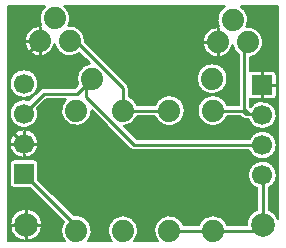
<source format=gbl>
G04 Layer: BottomLayer*
G04 EasyEDA Pro v2.2.40.8, 2025-10-31 20:07:01*
G04 Gerber Generator version 0.3*
G04 Scale: 100 percent, Rotated: No, Reflected: No*
G04 Dimensions in millimeters*
G04 Leading zeros omitted, absolute positions, 4 integers and 5 decimals*
G04 Generated by one-click*
%FSLAX45Y45*%
%MOMM*%
%ADD10C,0.2032*%
%ADD11C,0.254*%
%ADD12C,1.8796*%
%ADD13R,1.7X1.7*%
%ADD14C,1.7*%
%ADD15C,2.0060*%
%ADD16C,2.0*%
%ADD17C,0.61*%
G75*


G04 Copper Start*
G36*
G01X-2408034Y2062722D02*
G01X-2093226Y2062722D01*
G01X-2109621Y2047220D01*
G01X-2123083Y2029113D01*
G01X-2133206Y2008949D01*
G01X-2139684Y1987336D01*
G01X-2142321Y1964927D01*
G01X-2141038Y1942401D01*
G01X-2135872Y1920437D01*
G01X-2126982Y1899700D01*
G01X-2149923Y1899901D01*
G01X-2172542Y1896060D01*
G01X-2194131Y1888296D01*
G01X-2214015Y1876852D01*
G01X-2231574Y1862086D01*
G01X-2246260Y1844459D01*
G01X-2257612Y1824522D01*
G01X-2265276Y1802898D01*
G01X-2269013Y1780262D01*
G01X-2268707Y1757322D01*
G01X-2264366Y1734794D01*
G01X-2256126Y1713382D01*
G01X-2244246Y1693755D01*
G01X-2229095Y1676527D01*
G01X-2211147Y1662236D01*
G01X-2190964Y1651328D01*
G01X-2169175Y1644143D01*
G01X-2146462Y1640908D01*
G01X-2123534Y1641722D01*
G01X-2101108Y1646560D01*
G01X-2079883Y1655272D01*
G01X-2060525Y1667584D01*
G01X-2043636Y1683112D01*
G01X-2029745Y1701371D01*
G01X-2019286Y1721791D01*
G01X-2012586Y1743733D01*
G01X-2006179Y1722521D01*
G01X-1996257Y1702708D01*
G01X-1983110Y1684871D01*
G01X-1967120Y1669531D01*
G01X-1948754Y1657134D01*
G01X-1928547Y1648042D01*
G01X-1907087Y1642519D01*
G01X-1885001Y1640727D01*
G01X-1862932Y1642718D01*
G01X-1841524Y1648434D01*
G01X-1821399Y1657708D01*
G01X-1803146Y1670270D01*
G01X-1713169Y1580293D01*
G01X-1734273Y1575547D01*
G01X-1754295Y1567362D01*
G01X-1772680Y1555966D01*
G01X-1788918Y1541674D01*
G01X-1802556Y1524885D01*
G01X-1813217Y1506063D01*
G01X-1820603Y1485732D01*
G01X-1824511Y1464457D01*
G01X-1824831Y1442829D01*
G01X-1821555Y1421448D01*
G01X-1814773Y1400907D01*
G01X-1842438Y1373243D01*
G01X-2104271Y1373243D01*
G01X-2116828Y1371590D01*
G01X-2128528Y1366743D01*
G01X-2138576Y1359033D01*
G01X-2229367Y1268243D01*
G01X-2250449Y1274333D01*
G01X-2272286Y1276510D01*
G01X-2294156Y1274700D01*
G01X-2315338Y1268964D01*
G01X-2335133Y1259492D01*
G01X-2352887Y1246595D01*
G01X-2368016Y1230699D01*
G01X-2380020Y1212328D01*
G01X-2388503Y1192089D01*
G01X-2393185Y1170650D01*
G01X-2393912Y1148717D01*
G01X-2390659Y1127015D01*
G01X-2383534Y1106259D01*
G01X-2372772Y1087134D01*
G01X-2358728Y1070272D01*
G01X-2341866Y1056228D01*
G01X-2322741Y1045466D01*
G01X-2301985Y1038341D01*
G01X-2280283Y1035088D01*
G01X-2258350Y1035815D01*
G01X-2236911Y1040497D01*
G01X-2216672Y1048980D01*
G01X-2198301Y1060984D01*
G01X-2182405Y1076113D01*
G01X-2169508Y1093867D01*
G01X-2160036Y1113662D01*
G01X-2154300Y1134844D01*
G01X-2152490Y1156714D01*
G01X-2154667Y1178551D01*
G01X-2160757Y1199633D01*
G01X-2084176Y1276215D01*
G01X-1917116Y1276215D01*
G01X-1931616Y1260317D01*
G01X-1943291Y1242242D01*
G01X-1951819Y1222486D01*
G01X-1956966Y1201593D01*
G01X-1958590Y1180137D01*
G01X-1956648Y1158707D01*
G01X-1951191Y1137893D01*
G01X-1942371Y1118266D01*
G01X-1930430Y1100366D01*
G01X-1915695Y1084685D01*
G01X-1898572Y1071654D01*
G01X-1879531Y1061631D01*
G01X-1859096Y1054891D01*
G01X-1837829Y1051620D01*
G01X-1816313Y1051908D01*
G01X-1795141Y1055746D01*
G01X-1774893Y1063030D01*
G01X-1756127Y1073558D01*
G01X-1739359Y1087043D01*
G01X-1725049Y1103112D01*
G01X-1713590Y1121325D01*
G01X-1705297Y1141180D01*
G01X-1700399Y1162133D01*
G01X-1699030Y1183607D01*
G01X-1374047Y858624D01*
G01X-1364000Y850914D01*
G01X-1352299Y846068D01*
G01X-1339743Y844415D01*
G01X-366286Y844415D01*
G01X-356370Y824841D01*
G01X-343077Y807383D01*
G01X-326845Y792618D01*
G01X-308211Y781032D01*
G01X-287788Y773007D01*
G01X-266251Y768809D01*
G01X-244310Y768575D01*
G01X-222688Y772314D01*
G01X-202099Y779902D01*
G01X-183223Y791089D01*
G01X-166681Y805506D01*
G01X-153019Y822676D01*
G01X-142689Y842035D01*
G01X-136030Y862943D01*
G01X-133262Y884710D01*
G01X-134478Y906619D01*
G01X-139636Y927946D01*
G01X-148566Y947989D01*
G01X-160975Y966086D01*
G01X-176452Y981641D01*
G01X-194487Y994139D01*
G01X-214485Y1003169D01*
G01X-235787Y1008433D01*
G01X-257689Y1009757D01*
G01X-279470Y1007098D01*
G01X-300411Y1000544D01*
G01X-319821Y990310D01*
G01X-337059Y976734D01*
G01X-351558Y960263D01*
G01X-362838Y941443D01*
G01X-1319648Y941443D01*
G01X-1429626Y1051421D01*
G01X-1408573Y1054046D01*
G01X-1388228Y1060065D01*
G01X-1369135Y1069319D01*
G01X-1351805Y1081559D01*
G01X-1336701Y1096459D01*
G01X-1324226Y1113621D01*
G01X-1314714Y1132586D01*
G01X-1161786Y1132586D01*
G01X-1151679Y1112652D01*
G01X-1138301Y1094748D01*
G01X-1122051Y1079405D01*
G01X-1103409Y1067076D01*
G01X-1082928Y1058129D01*
G01X-1061216Y1052828D01*
G01X-1038917Y1051330D01*
G01X-1016691Y1053680D01*
G01X-995198Y1059808D01*
G01X-975075Y1069532D01*
G01X-956918Y1082564D01*
G01X-941266Y1098518D01*
G01X-928584Y1116921D01*
G01X-919246Y1137227D01*
G01X-913530Y1158833D01*
G01X-911606Y1181100D01*
G01X-913530Y1203367D01*
G01X-919246Y1224973D01*
G01X-928584Y1245279D01*
G01X-941266Y1263682D01*
G01X-956918Y1279636D01*
G01X-975075Y1292668D01*
G01X-995198Y1302392D01*
G01X-1016691Y1308520D01*
G01X-1038917Y1310870D01*
G01X-1061216Y1309372D01*
G01X-1082928Y1304071D01*
G01X-1103409Y1295124D01*
G01X-1122051Y1282795D01*
G01X-1138301Y1267452D01*
G01X-1151679Y1249548D01*
G01X-1161786Y1229614D01*
G01X-1314714Y1229614D01*
G01X-1324043Y1248277D01*
G01X-1336242Y1265204D01*
G01X-1350996Y1279958D01*
G01X-1367923Y1292157D01*
G01X-1386586Y1301486D01*
G01X-1386586Y1370833D01*
G01X-1388239Y1383390D01*
G01X-1393086Y1395090D01*
G01X-1400795Y1405138D01*
G01X-1447386Y1451729D01*
G01X-809137Y1451729D01*
G01X-807165Y1429190D01*
G01X-801309Y1407336D01*
G01X-791748Y1386832D01*
G01X-778771Y1368299D01*
G01X-762773Y1352301D01*
G01X-744240Y1339324D01*
G01X-723735Y1329762D01*
G01X-701881Y1323906D01*
G01X-679343Y1321935D01*
G01X-656804Y1323906D01*
G01X-634951Y1329762D01*
G01X-614446Y1339324D01*
G01X-595913Y1352301D01*
G01X-579915Y1368299D01*
G01X-566938Y1386832D01*
G01X-557376Y1407336D01*
G01X-551521Y1429190D01*
G01X-549549Y1451729D01*
G01X-549549Y1451729D01*
G01X-551521Y1474267D01*
G01X-557376Y1496121D01*
G01X-566938Y1516626D01*
G01X-579915Y1535159D01*
G01X-595913Y1551157D01*
G01X-614446Y1564134D01*
G01X-634951Y1573695D01*
G01X-656804Y1579551D01*
G01X-679343Y1581523D01*
G01X-701881Y1579551D01*
G01X-723735Y1573695D01*
G01X-744240Y1564134D01*
G01X-762773Y1551157D01*
G01X-778771Y1535159D01*
G01X-791748Y1516626D01*
G01X-801309Y1496121D01*
G01X-807165Y1474267D01*
G01X-809137Y1451729D01*
G01X-1447386Y1451729D01*
G01X-1756178Y1760520D01*
G01X-1756408Y1783142D01*
G01X-1760561Y1805380D01*
G01X-1768513Y1826559D01*
G01X-1780022Y1846035D01*
G01X-1794737Y1863217D01*
G01X-1812213Y1877584D01*
G01X-1831917Y1888697D01*
G01X-1853252Y1896221D01*
G01X-1875569Y1899926D01*
G01X-1898190Y1899700D01*
G01X-1889299Y1920437D01*
G01X-1884134Y1942401D01*
G01X-1882851Y1964927D01*
G01X-1885488Y1987336D01*
G01X-1891966Y2008949D01*
G01X-1902089Y2029113D01*
G01X-1915551Y2047220D01*
G01X-1931945Y2062722D01*
G01X-573268Y2062722D01*
G01X-590967Y2049862D01*
G01X-606255Y2034211D01*
G01X-618697Y2016215D01*
G01X-627939Y1996384D01*
G01X-633720Y1975283D01*
G01X-635874Y1953511D01*
G01X-634341Y1931687D01*
G01X-629163Y1910430D01*
G01X-620489Y1890344D01*
G01X-643431Y1890545D01*
G01X-666049Y1886704D01*
G01X-687638Y1878940D01*
G01X-707523Y1867497D01*
G01X-725082Y1852731D01*
G01X-739767Y1835104D01*
G01X-751119Y1815167D01*
G01X-758783Y1793543D01*
G01X-762521Y1770907D01*
G01X-762214Y1747966D01*
G01X-757873Y1725438D01*
G01X-749634Y1704026D01*
G01X-737753Y1684400D01*
G01X-722602Y1667172D01*
G01X-704655Y1652880D01*
G01X-684471Y1641972D01*
G01X-662683Y1634788D01*
G01X-639970Y1631552D01*
G01X-617042Y1632366D01*
G01X-594615Y1637205D01*
G01X-573391Y1645916D01*
G01X-554032Y1658228D01*
G01X-537143Y1673756D01*
G01X-523252Y1692016D01*
G01X-512794Y1712436D01*
G01X-506093Y1734378D01*
G01X-500722Y1715854D01*
G01X-492665Y1698330D01*
G01X-482100Y1682194D01*
G01X-469260Y1667802D01*
G01X-454430Y1655471D01*
G01X-454430Y1229614D01*
G01X-552714Y1229614D01*
G01X-562821Y1249548D01*
G01X-576199Y1267452D01*
G01X-592449Y1282795D01*
G01X-611091Y1295124D01*
G01X-631572Y1304071D01*
G01X-653284Y1309372D01*
G01X-675583Y1310870D01*
G01X-697809Y1308520D01*
G01X-719302Y1302392D01*
G01X-739425Y1292668D01*
G01X-757582Y1279636D01*
G01X-773234Y1263682D01*
G01X-785916Y1245279D01*
G01X-795254Y1224973D01*
G01X-800970Y1203367D01*
G01X-802894Y1181100D01*
G01X-800970Y1158833D01*
G01X-795254Y1137227D01*
G01X-785916Y1116921D01*
G01X-773234Y1098518D01*
G01X-757582Y1082564D01*
G01X-739425Y1069532D01*
G01X-719302Y1059808D01*
G01X-697809Y1053680D01*
G01X-675583Y1051330D01*
G01X-653284Y1052828D01*
G01X-631572Y1058129D01*
G01X-611091Y1067076D01*
G01X-592449Y1079405D01*
G01X-576199Y1094748D01*
G01X-562821Y1112652D01*
G01X-552714Y1132586D01*
G01X-439195Y1132586D01*
G01X-428005Y1121395D01*
G01X-417957Y1113686D01*
G01X-406256Y1108839D01*
G01X-393700Y1107186D01*
G01X-369383Y1107186D01*
G01X-361124Y1087139D01*
G01X-349414Y1068892D01*
G01X-334632Y1053031D01*
G01X-317252Y1040067D01*
G01X-297836Y1030419D01*
G01X-277007Y1024397D01*
G01X-255438Y1022195D01*
G01X-233822Y1023883D01*
G01X-212856Y1029408D01*
G01X-193215Y1038591D01*
G01X-175532Y1051137D01*
G01X-160376Y1066641D01*
G01X-148236Y1084605D01*
G01X-139502Y1104450D01*
G01X-134455Y1125536D01*
G01X-133259Y1147184D01*
G01X-135951Y1168698D01*
G01X-142445Y1189384D01*
G01X-152532Y1208577D01*
G01X-165887Y1225657D01*
G01X-182080Y1240075D01*
G01X-200589Y1251366D01*
G01X-220819Y1259168D01*
G01X-242117Y1263228D01*
G01X-263798Y1263416D01*
G01X-285163Y1259726D01*
G01X-305525Y1252276D01*
G01X-324227Y1241307D01*
G01X-340667Y1227171D01*
G01X-354316Y1210325D01*
G01X-357402Y1213411D01*
G01X-357402Y1281275D01*
G01X-348546Y1277482D01*
G01X-339000Y1276186D01*
G01X-169000Y1276186D01*
G01X-157933Y1277939D01*
G01X-147949Y1283026D01*
G01X-140026Y1290949D01*
G01X-134939Y1300933D01*
G01X-133186Y1312000D01*
G01X-133186Y1482000D01*
G01X-134939Y1493067D01*
G01X-140026Y1503051D01*
G01X-147949Y1510974D01*
G01X-157933Y1516061D01*
G01X-169000Y1517814D01*
G01X-339000Y1517814D01*
G01X-348546Y1516518D01*
G01X-357402Y1512725D01*
G01X-357402Y1633196D01*
G01X-335990Y1638736D01*
G01X-315830Y1647832D01*
G01X-297507Y1660218D01*
G01X-281552Y1675536D01*
G01X-268431Y1693340D01*
G01X-258522Y1713113D01*
G01X-252114Y1734281D01*
G01X-249394Y1756230D01*
G01X-250439Y1778323D01*
G01X-255220Y1799917D01*
G01X-263598Y1820385D01*
G01X-275329Y1839135D01*
G01X-290074Y1855620D01*
G01X-307403Y1869362D01*
G01X-326814Y1879963D01*
G01X-347743Y1887115D01*
G01X-369582Y1890609D01*
G01X-391698Y1890344D01*
G01X-383023Y1910430D01*
G01X-377846Y1931687D01*
G01X-376313Y1953511D01*
G01X-378467Y1975283D01*
G01X-384247Y1996384D01*
G01X-393490Y2016215D01*
G01X-405932Y2034211D01*
G01X-421220Y2049862D01*
G01X-438919Y2062722D01*
G01X-121569Y2062722D01*
G01X-121569Y259894D01*
G01X-129307Y278203D01*
G01X-139634Y295186D01*
G01X-152330Y310480D01*
G01X-167122Y323757D01*
G01X-183693Y334733D01*
G01X-201689Y343173D01*
G01X-201689Y526098D01*
G01X-182855Y537356D01*
G01X-166367Y551835D01*
G01X-152770Y569057D01*
G01X-142512Y588455D01*
G01X-135932Y609387D01*
G01X-133247Y631165D01*
G01X-134545Y653069D01*
G01X-139784Y674378D01*
G01X-148790Y694387D01*
G01X-161267Y712437D01*
G01X-176802Y727933D01*
G01X-194885Y740363D01*
G01X-214917Y749318D01*
G01X-236239Y754501D01*
G01X-258146Y755743D01*
G01X-279917Y753001D01*
G01X-300833Y746367D01*
G01X-320204Y736060D01*
G01X-337391Y722418D01*
G01X-351827Y705893D01*
G01X-363036Y687030D01*
G01X-370649Y666450D01*
G01X-374413Y644833D01*
G01X-374205Y622891D01*
G01X-370033Y601349D01*
G01X-362032Y580916D01*
G01X-350468Y562268D01*
G01X-335722Y546019D01*
G01X-318280Y532706D01*
G01X-298717Y522767D01*
G01X-298717Y343173D01*
G01X-317505Y334285D01*
G01X-334716Y322635D01*
G01X-349948Y308495D01*
G01X-362845Y292197D01*
G01X-373103Y274121D01*
G01X-380483Y254692D01*
G01X-384813Y234364D01*
G01X-385990Y213614D01*
G01X-552714Y213614D01*
G01X-562635Y233246D01*
G01X-575728Y250921D01*
G01X-591618Y266131D01*
G01X-609848Y278439D01*
G01X-629895Y287492D01*
G01X-651183Y293030D01*
G01X-673100Y294894D01*
G01X-695017Y293030D01*
G01X-716305Y287492D01*
G01X-736352Y278439D01*
G01X-754582Y266131D01*
G01X-770472Y250921D01*
G01X-783565Y233246D01*
G01X-793486Y213614D01*
G01X-921014Y213614D01*
G01X-931273Y233791D01*
G01X-944881Y251879D01*
G01X-961425Y267328D01*
G01X-980401Y279667D01*
G01X-1001233Y288522D01*
G01X-1023286Y293624D01*
G01X-1045890Y294816D01*
G01X-1068357Y292064D01*
G01X-1090005Y285450D01*
G01X-1110174Y275175D01*
G01X-1128252Y261553D01*
G01X-1143688Y244998D01*
G01X-1156013Y226012D01*
G01X-1164853Y205174D01*
G01X-1169937Y183117D01*
G01X-1171113Y160512D01*
G01X-1168343Y138047D01*
G01X-1161713Y116404D01*
G01X-1151423Y96243D01*
G01X-1137788Y78175D01*
G01X-1338712Y78175D01*
G01X-1325771Y95146D01*
G01X-1315785Y114007D01*
G01X-1309025Y134251D01*
G01X-1305674Y155328D01*
G01X-1305823Y176669D01*
G01X-1309466Y197698D01*
G01X-1316507Y217845D01*
G01X-1326753Y236567D01*
G01X-1339930Y253356D01*
G01X-1355679Y267758D01*
G01X-1373575Y279386D01*
G01X-1393136Y287923D01*
G01X-1413830Y293139D01*
G01X-1435100Y294894D01*
G01X-1456370Y293139D01*
G01X-1477064Y287923D01*
G01X-1496625Y279386D01*
G01X-1514521Y267758D01*
G01X-1530270Y253356D01*
G01X-1543447Y236567D01*
G01X-1553693Y217845D01*
G01X-1560734Y197698D01*
G01X-1564377Y176669D01*
G01X-1564526Y155328D01*
G01X-1561175Y134251D01*
G01X-1554415Y114007D01*
G01X-1544429Y95146D01*
G01X-1531488Y78175D01*
G01X-1732412Y78175D01*
G01X-1718654Y96439D01*
G01X-1708314Y116834D01*
G01X-1701714Y138727D01*
G01X-1699058Y161439D01*
G01X-1700429Y184264D01*
G01X-1705784Y206494D01*
G01X-1714957Y227440D01*
G01X-1727664Y246451D01*
G01X-1743510Y262937D01*
G01X-1762002Y276386D01*
G01X-1782569Y286381D01*
G01X-1804570Y292612D01*
G01X-1827323Y294886D01*
G01X-1850122Y293131D01*
G01X-2152486Y595495D01*
G01X-2152486Y732700D01*
G01X-2154239Y743767D01*
G01X-2159326Y753751D01*
G01X-2167249Y761674D01*
G01X-2177233Y766761D01*
G01X-2188300Y768514D01*
G01X-2358300Y768514D01*
G01X-2369367Y766761D01*
G01X-2379351Y761674D01*
G01X-2387274Y753751D01*
G01X-2392361Y743767D01*
G01X-2394114Y732700D01*
G01X-2394114Y562700D01*
G01X-2392361Y551633D01*
G01X-2387274Y541649D01*
G01X-2379351Y533726D01*
G01X-2369367Y528639D01*
G01X-2358300Y526886D01*
G01X-2221095Y526886D01*
G01X-1934556Y240347D01*
G01X-1945707Y221484D01*
G01X-1953527Y201013D01*
G01X-1957791Y179519D01*
G01X-1958378Y157614D01*
G01X-1955272Y135923D01*
G01X-1948561Y115063D01*
G01X-1938437Y95629D01*
G01X-1925188Y78175D01*
G01X-2408034Y78175D01*
G01X-2408034Y214264D01*
G01X-2390522Y214264D01*
G01X-2388669Y191910D01*
G01X-2383163Y170165D01*
G01X-2374152Y149624D01*
G01X-2361884Y130845D01*
G01X-2346692Y114343D01*
G01X-2328991Y100565D01*
G01X-2309263Y89889D01*
G01X-2288048Y82606D01*
G01X-2265923Y78914D01*
G01X-2243492Y78914D01*
G01X-2221367Y82606D01*
G01X-2200152Y89889D01*
G01X-2180425Y100565D01*
G01X-2162724Y114343D01*
G01X-2147532Y130845D01*
G01X-2135263Y149624D01*
G01X-2126253Y170165D01*
G01X-2120746Y191910D01*
G01X-2118894Y214264D01*
G01X-2120746Y236618D01*
G01X-2126253Y258363D01*
G01X-2135263Y278904D01*
G01X-2147532Y297683D01*
G01X-2162724Y314185D01*
G01X-2180425Y327963D01*
G01X-2200152Y338639D01*
G01X-2221367Y345922D01*
G01X-2243492Y349614D01*
G01X-2265923Y349614D01*
G01X-2288048Y345922D01*
G01X-2309263Y338639D01*
G01X-2328991Y327963D01*
G01X-2346692Y314185D01*
G01X-2361884Y297683D01*
G01X-2374152Y278904D01*
G01X-2383163Y258363D01*
G01X-2388669Y236618D01*
G01X-2390522Y214264D01*
G01X-2390522Y214264D01*
G01X-2408034Y214264D01*
G01X-2408034Y901700D01*
G01X-2394114Y901700D01*
G01X-2392278Y880721D01*
G01X-2386828Y860379D01*
G01X-2377928Y841293D01*
G01X-2365849Y824042D01*
G01X-2350958Y809151D01*
G01X-2333707Y797072D01*
G01X-2314621Y788172D01*
G01X-2294279Y782722D01*
G01X-2273300Y780886D01*
G01X-2273300Y780886D01*
G01X-2252321Y782722D01*
G01X-2231979Y788172D01*
G01X-2212893Y797072D01*
G01X-2195642Y809151D01*
G01X-2180751Y824042D01*
G01X-2168672Y841293D01*
G01X-2159772Y860379D01*
G01X-2154322Y880721D01*
G01X-2152486Y901700D01*
G01X-2154322Y922679D01*
G01X-2159772Y943021D01*
G01X-2168672Y962107D01*
G01X-2180751Y979358D01*
G01X-2195642Y994249D01*
G01X-2212893Y1006328D01*
G01X-2231979Y1015228D01*
G01X-2252321Y1020678D01*
G01X-2273300Y1022514D01*
G01X-2294279Y1020678D01*
G01X-2314621Y1015228D01*
G01X-2333707Y1006328D01*
G01X-2350958Y994249D01*
G01X-2365849Y979358D01*
G01X-2377928Y962107D01*
G01X-2386828Y943021D01*
G01X-2392278Y922679D01*
G01X-2394114Y901700D01*
G01X-2408034Y901700D01*
G01X-2408034Y1409700D01*
G01X-2394114Y1409700D01*
G01X-2392278Y1388721D01*
G01X-2386828Y1368379D01*
G01X-2377928Y1349293D01*
G01X-2365849Y1332042D01*
G01X-2350958Y1317151D01*
G01X-2333707Y1305072D01*
G01X-2314621Y1296172D01*
G01X-2294279Y1290722D01*
G01X-2273300Y1288886D01*
G01X-2273300Y1288886D01*
G01X-2252321Y1290722D01*
G01X-2231979Y1296172D01*
G01X-2212893Y1305072D01*
G01X-2195642Y1317151D01*
G01X-2180751Y1332042D01*
G01X-2168672Y1349293D01*
G01X-2159772Y1368379D01*
G01X-2154322Y1388721D01*
G01X-2152486Y1409700D01*
G01X-2154322Y1430679D01*
G01X-2159772Y1451021D01*
G01X-2168672Y1470107D01*
G01X-2180751Y1487358D01*
G01X-2195642Y1502249D01*
G01X-2212893Y1514328D01*
G01X-2231979Y1523228D01*
G01X-2252321Y1528678D01*
G01X-2273300Y1530514D01*
G01X-2294279Y1528678D01*
G01X-2314621Y1523228D01*
G01X-2333707Y1514328D01*
G01X-2350958Y1502249D01*
G01X-2365849Y1487358D01*
G01X-2377928Y1470107D01*
G01X-2386828Y1451021D01*
G01X-2392278Y1430679D01*
G01X-2394114Y1409700D01*
G01X-2408034Y1409700D01*
G01X-2408034Y2062722D01*
G37*
G54D10*
G01X-2408034Y2062722D02*
G01X-2093226Y2062722D01*
G03X-2126982Y1899700I80640J-101703D01*
G03X-2244246Y1693755I-12604J-129180D01*
G03X-2012586Y1743733I104660J76764D01*
G03X-1803146Y1670270I127000J26786D01*
G01X-1713169Y1580293D01*
G03X-1814773Y1400907I17826J-128564D01*
G01X-1842438Y1373243D01*
G01X-2104271Y1373243D01*
G03X-2138576Y1359033I0J-48514D01*
G01X-2229367Y1268243D01*
G03X-2358728Y1070272I-43933J-112543D01*
G03X-2160757Y1199633I85428J85428D01*
G01X-2084176Y1276215D01*
G01X-1917116Y1276215D01*
G03X-1879531Y1061631I88316J-95115D01*
G03X-1699030Y1183607I50731J119469D01*
G01X-1374047Y858624D01*
G03X-1339743Y844415I34305J34305D01*
G01X-366286Y844415D01*
G03X-133262Y884710I112286J44585D01*
G03X-362838Y941443I-120738J4290D01*
G01X-1319648Y941443D01*
G01X-1429626Y1051421D01*
G03X-1314714Y1132586I-5474J129679D01*
G01X-1161786Y1132586D01*
G03X-911606Y1181100I120386J48514D01*
G03X-1161786Y1229614I-129794J0D01*
G01X-1314714Y1229614D01*
G03X-1386586Y1301486I-120386J-48514D01*
G01X-1386586Y1370833D01*
G03X-1400795Y1405138I-48514J0D01*
G01X-1756178Y1760520D01*
G03X-1898190Y1899700I-129408J9999D01*
G03X-1931945Y2062722I-114396J61319D01*
G01X-573268Y2062722D01*
G03X-620489Y1890344I67174J-111059D01*
G03X-737753Y1684400I-12604J-129180D01*
G03X-506093Y1734378I104660J76764D01*
G03X-454430Y1655471I127000J26786D01*
G01X-454430Y1229614D01*
G01X-552714Y1229614D01*
G03X-802894Y1181100I-120386J-48514D01*
G03X-552714Y1132586I129794J0D01*
G01X-439195Y1132586D01*
G01X-428005Y1121395D01*
G03X-393700Y1107186I34305J34305D01*
G01X-369383Y1107186D01*
G03X-134455Y1125536I115383J35814D01*
G03X-354316Y1210325I-119545J17464D01*
G01X-357402Y1213411D01*
G01X-357402Y1281275D01*
G03X-339000Y1276186I18402J30725D01*
G01X-169000Y1276186D01*
G03X-133186Y1312000I0J35814D01*
G01X-133186Y1482000D01*
G03X-169000Y1517814I-35814J0D01*
G01X-339000Y1517814D01*
G03X-357402Y1512725I0J-35814D01*
G01X-357402Y1633196D01*
G03X-250439Y1778323I-21692J127968D01*
G03X-391698Y1890344I-128655J-17159D01*
G03X-438919Y2062722I-114396J61319D01*
G01X-121569Y2062722D01*
G01X-121569Y259894D01*
G03X-201689Y343173I-128634J-43574D01*
G01X-201689Y526098D01*
G03X-258146Y755743I-52311J108902D01*
G03X-298717Y522767I4146J-120743D01*
G01X-298717Y343173D01*
G03X-385990Y213614I48514J-126853D01*
G01X-552714Y213614D01*
G03X-793486Y213614I-120386J-48514D01*
G01X-921014Y213614D01*
G03X-1110174Y275175I-120386J-48514D01*
G03X-1137788Y78175I68774J-110075D01*
G01X-1338712Y78175D01*
G03X-1435100Y294894I-96388J86925D01*
G03X-1531488Y78175I0J-129794D01*
G01X-1732412Y78175D01*
G03X-1850122Y293131I-96388J86925D01*
G01X-2152486Y595495D01*
G01X-2152486Y732700D01*
G03X-2188300Y768514I-35814J0D01*
G01X-2358300Y768514D01*
G03X-2394114Y732700I0J-35814D01*
G01X-2394114Y562700D01*
G03X-2358300Y526886I35814J0D01*
G01X-2221095Y526886D01*
G01X-1934556Y240347D01*
G03X-1925188Y78175I105756J-75247D01*
G01X-2408034Y78175D01*
G01X-2408034Y2062722D01*
G01X-2273300Y1288886D02*
G03X-2273300Y1530514I0J120814D01*
G03X-2273300Y1288886I0J-120814D01*
G01X-2273300Y780886D02*
G03X-2273300Y1022514I0J120814D01*
G03X-2273300Y780886I0J-120814D01*
G01X-2390522Y214264D02*
G03X-2118894Y214264I135814J0D01*
G03X-2390522Y214264I-135814J0D01*
G01X-549549Y1451729D02*
G03X-809137Y1451729I-129794J0D01*
G03X-549549Y1451729I129794J0D01*
G54D11*
G01X-2273300Y816954D02*
G01X-2273300Y791046D01*
G01X-2273300Y986446D02*
G01X-2273300Y1012354D01*
G01X-2358046Y901700D02*
G01X-2383954Y901700D01*
G01X-2188554Y901700D02*
G01X-2162646Y901700D01*
G01X-2354454Y214264D02*
G01X-2380362Y214264D01*
G01X-2154962Y214264D02*
G01X-2129054Y214264D01*
G01X-2254708Y314010D02*
G01X-2254708Y339918D01*
G01X-2254708Y114518D02*
G01X-2254708Y88610D01*
G01X-2233311Y1770519D02*
G01X-2259219Y1770519D01*
G01X-2139586Y1864245D02*
G01X-2139586Y1890153D01*
G01X-2139586Y1676794D02*
G01X-2139586Y1650886D01*
G01X-726819Y1761164D02*
G01X-752727Y1761164D01*
G01X-633093Y1854890D02*
G01X-633093Y1880798D01*
G01X-633093Y1667438D02*
G01X-633093Y1641530D01*
G01X-254000Y1481746D02*
G01X-254000Y1507654D01*
G01X-254000Y1312254D02*
G01X-254000Y1286346D01*
G01X-169254Y1397000D02*
G01X-143346Y1397000D01*
G04 Copper End*

G04 Pad Start*
G54D12*
G01X-1828800Y165100D03*
G01X-1828800Y1181100D03*
G01X-673100Y1181100D03*
G01X-673100Y165100D03*
G01X-679343Y1451729D03*
G01X-1695343Y1451729D03*
G01X-1041400Y1181100D03*
G01X-1041400Y165100D03*
G01X-1435100Y1181100D03*
G01X-1435100Y165100D03*
G54D13*
G01X-2273300Y647700D03*
G54D14*
G01X-2273300Y901700D03*
G01X-2273300Y1155700D03*
G01X-2273300Y1409700D03*
G54D13*
G01X-254000Y1397000D03*
G54D14*
G01X-254000Y1143000D03*
G01X-254000Y889000D03*
G01X-254000Y635000D03*
G54D16*
G01X-250203Y216320D03*
G01X-2254708Y214264D03*
G54D12*
G01X-1885586Y1770519D03*
G01X-2012586Y1961019D03*
G01X-2139586Y1770519D03*
G01X-379093Y1761164D03*
G01X-506093Y1951663D03*
G01X-633093Y1761164D03*
G04 Pad End*

G04 Via Start*
G54D17*
G01X-1897202Y1571668D03*
G01X-1897202Y555668D03*
G01X-1389202Y1571668D03*
G01X-1389202Y555668D03*
G01X-881202Y1063668D03*
G01X-881202Y1571668D03*
G01X-881202Y555668D03*
G01X-170504Y1956666D03*
G01X-506536Y567399D03*
G04 Via End*

G04 Track Start*
G54D11*
G01X-266700Y1155700D02*
G01X-254000Y1143000D01*
G01X-1041400Y1181100D02*
G01X-1435100Y1181100D01*
G01X-1435100Y1370833D01*
G01X-1834786Y1770519D01*
G01X-1885586Y1770519D01*
G01X-673100Y165100D02*
G01X-1041400Y165100D01*
G01X-673100Y165100D02*
G01X-301423Y165100D01*
G01X-250203Y216320D01*
G01X-250203Y631203D01*
G01X-254000Y635000D01*
G01X-1822343Y1324729D02*
G01X-2104271Y1324729D01*
G01X-2273300Y1155700D01*
G01X-1746143Y1400929D02*
G01X-1746143Y1299329D01*
G01X-1339743Y892929D01*
G01X-257929Y892929D01*
G01X-254000Y889000D01*
G01X-1828800Y165100D02*
G01X-1828800Y203200D01*
G01X-2273300Y647700D01*
G01X-2273300Y901700D02*
G01X-2400300Y1028700D01*
G01X-2400300Y1509805D01*
G01X-2139586Y1770519D01*
G01X-368300Y1155700D02*
G01X-266700Y1155700D01*
G01X-1695343Y1451729D02*
G01X-1746143Y1400929D01*
G01X-1822343Y1324729D01*
G01X-368300Y1155700D02*
G01X-405916Y1193316D01*
G01X-405916Y1734342D01*
G01X-379093Y1761164D01*
G01X-393700Y1155700D02*
G01X-368300Y1155700D01*
G01X-419100Y1181100D02*
G01X-393700Y1155700D01*
G01X-673100Y1181100D02*
G01X-419100Y1181100D01*
G04 Track End*

M02*


</source>
